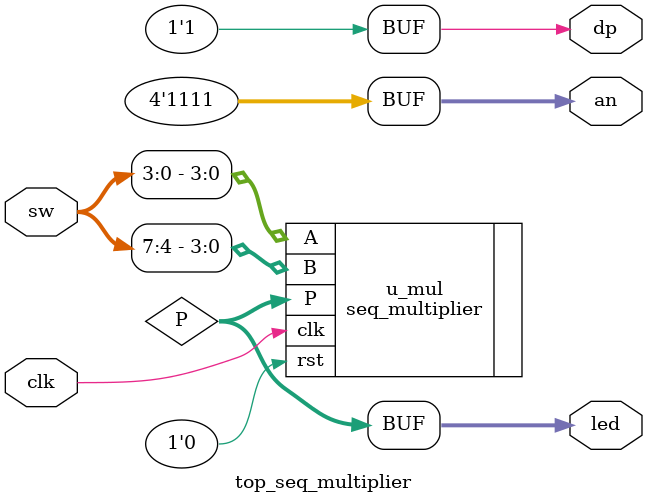
<source format=v>
`timescale 1ns/1ps


module top_seq_multiplier (
    input  wire        clk,      // 100 MHz
    input  wire [7:0]  sw,       // A=sw[3:0], B=sw[7:4]
    output wire [7:0]  led,      // product low 8 bits
    output wire [3:0]  an,
    output wire        dp
);
    wire [7:0] P;

    seq_multiplier #(.W(4)) u_mul (
        .clk(clk),
        .rst(1'b0),
        .A(sw[3:0]),
        .B(sw[7:4]),
        .P(P)
    );

    assign led = P; 
    
    assign an = 4'b1111;
    assign dp = 1'b1;
endmodule

</source>
